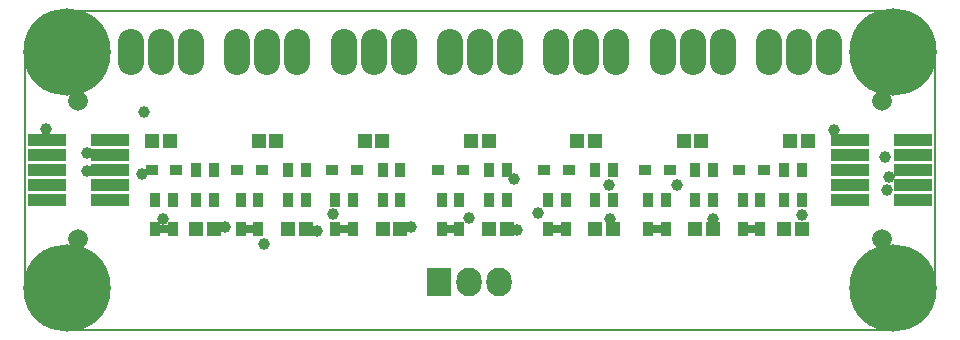
<source format=gts>
G04 #@! TF.FileFunction,Soldermask,Top*
%FSLAX46Y46*%
G04 Gerber Fmt 4.6, Leading zero omitted, Abs format (unit mm)*
G04 Created by KiCad (PCBNEW 4.0.2-stable) date 31/05/2016 22:00:56*
%MOMM*%
G01*
G04 APERTURE LIST*
%ADD10C,0.100000*%
%ADD11C,0.150000*%
%ADD12R,1.200000X1.150000*%
%ADD13R,1.197560X1.197560*%
%ADD14R,2.127200X2.432000*%
%ADD15O,2.127200X2.432000*%
%ADD16C,7.400000*%
%ADD17R,0.900000X1.300000*%
%ADD18R,3.190000X1.140000*%
%ADD19C,1.670000*%
%ADD20R,0.990000X0.850000*%
%ADD21O,2.200860X3.900120*%
%ADD22R,0.900000X0.650000*%
%ADD23C,1.000000*%
G04 APERTURE END LIST*
D10*
D11*
X75000000Y28500000D02*
X5000000Y28500000D01*
X5000000Y1500000D02*
X75000000Y1500000D01*
X78500000Y25000000D02*
G75*
G03X75000000Y28500000I-3500000J0D01*
G01*
X75000000Y1500000D02*
G75*
G03X78500000Y5000000I0J3500000D01*
G01*
X78500000Y25000000D02*
X78500000Y5000000D01*
X1500000Y25000000D02*
X1500000Y5000000D01*
X5000000Y28500000D02*
G75*
G03X1500000Y25000000I0J-3500000D01*
G01*
X1500000Y5000000D02*
G75*
G03X5000000Y1500000I3500000J0D01*
G01*
D12*
X16000000Y10000000D03*
X17500000Y10000000D03*
X23750000Y10000000D03*
X25250000Y10000000D03*
X31750000Y10000000D03*
X33250000Y10000000D03*
X40750000Y10000000D03*
X42250000Y10000000D03*
X49750000Y10000000D03*
X51250000Y10000000D03*
X58250000Y10000000D03*
X59750000Y10000000D03*
X65750000Y10000000D03*
X67250000Y10000000D03*
D13*
X13749300Y17500000D03*
X12250700Y17500000D03*
X22749300Y17500000D03*
X21250700Y17500000D03*
X31749300Y17500000D03*
X30250700Y17500000D03*
X40749300Y17500000D03*
X39250700Y17500000D03*
D14*
X36500000Y5500000D03*
D15*
X39040000Y5500000D03*
X41580000Y5500000D03*
D16*
X5000000Y25000000D03*
X75000000Y25000000D03*
D17*
X17500000Y15000000D03*
X16000000Y15000000D03*
X17500000Y12500000D03*
X16000000Y12500000D03*
X12500000Y12500000D03*
X14000000Y12500000D03*
X25250000Y15000000D03*
X23750000Y15000000D03*
X25250000Y12500000D03*
X23750000Y12500000D03*
X19750000Y12500000D03*
X21250000Y12500000D03*
X33250000Y15000000D03*
X31750000Y15000000D03*
X33250000Y12500000D03*
X31750000Y12500000D03*
X27750000Y12500000D03*
X29250000Y12500000D03*
X42250000Y15000000D03*
X40750000Y15000000D03*
X42250000Y12500000D03*
X40750000Y12500000D03*
X36750000Y12500000D03*
X38250000Y12500000D03*
X51250000Y15000000D03*
X49750000Y15000000D03*
X51250000Y12500000D03*
X49750000Y12500000D03*
X45750000Y12500000D03*
X47250000Y12500000D03*
X59750000Y15000000D03*
X58250000Y15000000D03*
X59750000Y12500000D03*
X58250000Y12500000D03*
X54250000Y12500000D03*
X55750000Y12500000D03*
X67250000Y15000000D03*
X65750000Y15000000D03*
X67250000Y12500000D03*
X65750000Y12500000D03*
X62250000Y12500000D03*
X63750000Y12500000D03*
D16*
X75000000Y5000000D03*
X5000000Y5000000D03*
D13*
X49749300Y17500000D03*
X48250700Y17500000D03*
X58749300Y17500000D03*
X57250700Y17500000D03*
X67749300Y17500000D03*
X66250700Y17500000D03*
D18*
X3340000Y16270000D03*
X8660000Y16270000D03*
X3340000Y15000000D03*
X8660000Y15000000D03*
X8660000Y12460000D03*
X3340000Y12460000D03*
X8660000Y13730000D03*
X3340000Y13730000D03*
X3340000Y17540000D03*
X8660000Y17540000D03*
D19*
X6000000Y9130000D03*
X6000000Y20870000D03*
D18*
X71340000Y16270000D03*
X76660000Y16270000D03*
X71340000Y15000000D03*
X76660000Y15000000D03*
X76660000Y12460000D03*
X71340000Y12460000D03*
X76660000Y13730000D03*
X71340000Y13730000D03*
X71340000Y17540000D03*
X76660000Y17540000D03*
D19*
X74000000Y9130000D03*
X74000000Y20870000D03*
D20*
X36445000Y15000000D03*
X38555000Y15000000D03*
X45445000Y15000000D03*
X47555000Y15000000D03*
X53945000Y15000000D03*
X56055000Y15000000D03*
X61945000Y15000000D03*
X64055000Y15000000D03*
X12195000Y15000000D03*
X14305000Y15000000D03*
X19445000Y15000000D03*
X21555000Y15000000D03*
X27445000Y15000000D03*
X29555000Y15000000D03*
D21*
X10460000Y25000000D03*
X13000000Y25000000D03*
X15540000Y25000000D03*
X19460000Y25000000D03*
X22000000Y25000000D03*
X24540000Y25000000D03*
X28460000Y25000000D03*
X31000000Y25000000D03*
X33540000Y25000000D03*
X37460000Y25000000D03*
X40000000Y25000000D03*
X42540000Y25000000D03*
X46460000Y25000000D03*
X49000000Y25000000D03*
X51540000Y25000000D03*
X55460000Y25000000D03*
X58000000Y25000000D03*
X60540000Y25000000D03*
X64460000Y25000000D03*
X67000000Y25000000D03*
X69540000Y25000000D03*
D17*
X14000000Y10000000D03*
X12500000Y10000000D03*
D22*
X13250000Y10000000D03*
D17*
X63750000Y10000000D03*
X62250000Y10000000D03*
D22*
X63000000Y10000000D03*
D17*
X55750000Y10000000D03*
X54250000Y10000000D03*
D22*
X55000000Y10000000D03*
D17*
X47250000Y10000000D03*
X45750000Y10000000D03*
D22*
X46500000Y10000000D03*
D17*
X38250000Y10000000D03*
X36750000Y10000000D03*
D22*
X37500000Y10000000D03*
D17*
X29250000Y10000000D03*
X27750000Y10000000D03*
D22*
X28500000Y10000000D03*
D17*
X21250000Y10000000D03*
X19750000Y10000000D03*
D22*
X20500000Y10000000D03*
D23*
X42895400Y14206900D03*
X50939100Y13750000D03*
X56713000Y13750000D03*
X3250000Y18500000D03*
X43176000Y9913100D03*
X34181000Y10205500D03*
X50984000Y10878400D03*
X67300000Y11200000D03*
X59750000Y10893300D03*
X18412000Y10208900D03*
X26167000Y9869200D03*
X69975000Y18416700D03*
X13160000Y10883900D03*
X74493400Y13340700D03*
X27562500Y11250000D03*
X74627100Y14407000D03*
X11398200Y14674400D03*
X6721300Y14937500D03*
X21686400Y8755200D03*
X74261300Y16147500D03*
X11553200Y19914500D03*
X44873500Y11338400D03*
X39062600Y10911700D03*
X6763500Y16478800D03*
M02*

</source>
